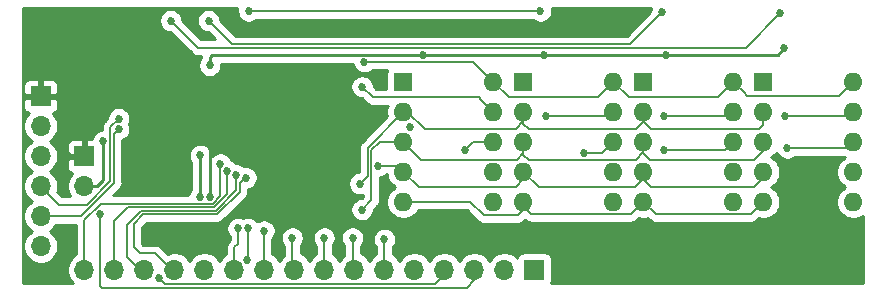
<source format=gbr>
%TF.GenerationSoftware,KiCad,Pcbnew,5.1.9-73d0e3b20d~88~ubuntu20.04.1*%
%TF.CreationDate,2021-03-07T16:47:50-05:00*%
%TF.ProjectId,hexdisplay16,68657864-6973-4706-9c61-7931362e6b69,rev?*%
%TF.SameCoordinates,Original*%
%TF.FileFunction,Copper,L2,Bot*%
%TF.FilePolarity,Positive*%
%FSLAX46Y46*%
G04 Gerber Fmt 4.6, Leading zero omitted, Abs format (unit mm)*
G04 Created by KiCad (PCBNEW 5.1.9-73d0e3b20d~88~ubuntu20.04.1) date 2021-03-07 16:47:50*
%MOMM*%
%LPD*%
G01*
G04 APERTURE LIST*
%TA.AperFunction,ComponentPad*%
%ADD10O,1.600000X1.600000*%
%TD*%
%TA.AperFunction,ComponentPad*%
%ADD11R,1.600000X1.600000*%
%TD*%
%TA.AperFunction,ComponentPad*%
%ADD12R,1.700000X1.700000*%
%TD*%
%TA.AperFunction,ComponentPad*%
%ADD13O,1.700000X1.700000*%
%TD*%
%TA.AperFunction,ViaPad*%
%ADD14C,0.685800*%
%TD*%
%TA.AperFunction,Conductor*%
%ADD15C,0.254000*%
%TD*%
%TA.AperFunction,Conductor*%
%ADD16C,0.152400*%
%TD*%
%TA.AperFunction,Conductor*%
%ADD17C,0.100000*%
%TD*%
G04 APERTURE END LIST*
D10*
%TO.P,J2,10*%
%TO.N,/A*%
X136840000Y-124100000D03*
%TO.P,J2,5*%
%TO.N,/D*%
X129220000Y-134260000D03*
%TO.P,J2,9*%
%TO.N,/B*%
X136840000Y-126640000D03*
%TO.P,J2,4*%
%TO.N,/E*%
X129220000Y-131720000D03*
%TO.P,J2,8*%
%TO.N,/C*%
X136840000Y-129180000D03*
%TO.P,J2,3*%
%TO.N,/G*%
X129220000Y-129180000D03*
%TO.P,J2,7*%
%TO.N,Net-(J2-Pad7)*%
X136840000Y-131720000D03*
%TO.P,J2,2*%
%TO.N,/F*%
X129220000Y-126640000D03*
%TO.P,J2,6*%
%TO.N,/CA3*%
X136840000Y-134260000D03*
D11*
%TO.P,J2,1*%
X129220000Y-124100000D03*
%TD*%
D12*
%TO.P,J6,1*%
%TO.N,/D0*%
X120000000Y-140000000D03*
D13*
%TO.P,J6,2*%
%TO.N,/D1*%
X117460000Y-140000000D03*
%TO.P,J6,3*%
%TO.N,/D2*%
X114920000Y-140000000D03*
%TO.P,J6,4*%
%TO.N,/D3*%
X112380000Y-140000000D03*
%TO.P,J6,5*%
%TO.N,/D4*%
X109840000Y-140000000D03*
%TO.P,J6,6*%
%TO.N,/D5*%
X107300000Y-140000000D03*
%TO.P,J6,7*%
%TO.N,/D6*%
X104760000Y-140000000D03*
%TO.P,J6,8*%
%TO.N,/D7*%
X102220000Y-140000000D03*
%TO.P,J6,9*%
%TO.N,/D8*%
X99680000Y-140000000D03*
%TO.P,J6,10*%
%TO.N,/D9*%
X97140000Y-140000000D03*
%TO.P,J6,11*%
%TO.N,/D10*%
X94600000Y-140000000D03*
%TO.P,J6,12*%
%TO.N,/D11*%
X92060000Y-140000000D03*
%TO.P,J6,13*%
%TO.N,/D12*%
X89520000Y-140000000D03*
%TO.P,J6,14*%
%TO.N,/D13*%
X86980000Y-140000000D03*
%TO.P,J6,15*%
%TO.N,/D14*%
X84440000Y-140000000D03*
%TO.P,J6,16*%
%TO.N,/D15*%
X81900000Y-140000000D03*
%TD*%
D11*
%TO.P,J1,1*%
%TO.N,/CA4*%
X139380000Y-124100000D03*
D10*
%TO.P,J1,6*%
X147000000Y-134260000D03*
%TO.P,J1,2*%
%TO.N,/F*%
X139380000Y-126640000D03*
%TO.P,J1,7*%
%TO.N,Net-(J1-Pad7)*%
X147000000Y-131720000D03*
%TO.P,J1,3*%
%TO.N,/G*%
X139380000Y-129180000D03*
%TO.P,J1,8*%
%TO.N,/C*%
X147000000Y-129180000D03*
%TO.P,J1,4*%
%TO.N,/E*%
X139380000Y-131720000D03*
%TO.P,J1,9*%
%TO.N,/B*%
X147000000Y-126640000D03*
%TO.P,J1,5*%
%TO.N,/D*%
X139380000Y-134260000D03*
%TO.P,J1,10*%
%TO.N,/A*%
X147000000Y-124100000D03*
%TD*%
D11*
%TO.P,J3,1*%
%TO.N,/CA2*%
X119060000Y-124100000D03*
D10*
%TO.P,J3,6*%
X126680000Y-134260000D03*
%TO.P,J3,2*%
%TO.N,/F*%
X119060000Y-126640000D03*
%TO.P,J3,7*%
%TO.N,Net-(J3-Pad7)*%
X126680000Y-131720000D03*
%TO.P,J3,3*%
%TO.N,/G*%
X119060000Y-129180000D03*
%TO.P,J3,8*%
%TO.N,/C*%
X126680000Y-129180000D03*
%TO.P,J3,4*%
%TO.N,/E*%
X119060000Y-131720000D03*
%TO.P,J3,9*%
%TO.N,/B*%
X126680000Y-126640000D03*
%TO.P,J3,5*%
%TO.N,/D*%
X119060000Y-134260000D03*
%TO.P,J3,10*%
%TO.N,/A*%
X126680000Y-124100000D03*
%TD*%
%TO.P,J4,10*%
%TO.N,/A*%
X116520000Y-124100000D03*
%TO.P,J4,5*%
%TO.N,/D*%
X108900000Y-134260000D03*
%TO.P,J4,9*%
%TO.N,/B*%
X116520000Y-126640000D03*
%TO.P,J4,4*%
%TO.N,/E*%
X108900000Y-131720000D03*
%TO.P,J4,8*%
%TO.N,/C*%
X116520000Y-129180000D03*
%TO.P,J4,3*%
%TO.N,/G*%
X108900000Y-129180000D03*
%TO.P,J4,7*%
%TO.N,Net-(J4-Pad7)*%
X116520000Y-131720000D03*
%TO.P,J4,2*%
%TO.N,/F*%
X108900000Y-126640000D03*
%TO.P,J4,6*%
%TO.N,/CA1*%
X116520000Y-134260000D03*
D11*
%TO.P,J4,1*%
X108900000Y-124100000D03*
%TD*%
D12*
%TO.P,J5,1*%
%TO.N,GND*%
X81900000Y-130380000D03*
D13*
%TO.P,J5,2*%
%TO.N,VCC*%
X81900000Y-132920000D03*
%TD*%
D12*
%TO.P,J7,1*%
%TO.N,GND*%
X78200000Y-125300000D03*
D13*
%TO.P,J7,2*%
%TO.N,VCC*%
X78200000Y-127840000D03*
%TO.P,J7,3*%
%TO.N,/MISO*%
X78200000Y-130380000D03*
%TO.P,J7,4*%
%TO.N,/SCK*%
X78200000Y-132920000D03*
%TO.P,J7,5*%
%TO.N,/~RESET*%
X78200000Y-135460000D03*
%TO.P,J7,6*%
%TO.N,/MOSI*%
X78200000Y-138000000D03*
%TD*%
D14*
%TO.N,VCC*%
X83500000Y-129100000D03*
X92500000Y-122700000D03*
X141100000Y-121200000D03*
X120823690Y-121776310D03*
X131123690Y-121776310D03*
X110576310Y-121776310D03*
X91661797Y-133800000D03*
X91700000Y-130300000D03*
%TO.N,GND*%
X92700000Y-129777700D03*
X90221117Y-128098817D03*
X80200000Y-125600000D03*
X92500000Y-133800000D03*
X86300000Y-124200000D03*
X88700000Y-129600000D03*
%TO.N,/F*%
X105200000Y-132700000D03*
%TO.N,/G*%
X105400000Y-134900000D03*
%TO.N,/C*%
X109500000Y-127900000D03*
X124200000Y-130128500D03*
X131000000Y-129900000D03*
X141400000Y-129700000D03*
X114100000Y-129900000D03*
%TO.N,/E*%
X106771500Y-131200000D03*
%TO.N,/B*%
X105400000Y-124500000D03*
X121000000Y-127000000D03*
X131000000Y-127000000D03*
X141200000Y-127000000D03*
%TO.N,/A*%
X105600000Y-122400000D03*
%TO.N,/D2*%
X83219645Y-135319645D03*
%TO.N,/D3*%
X88200000Y-140670080D03*
%TO.N,/D5*%
X107300000Y-137400000D03*
%TO.N,/D6*%
X104600000Y-137300000D03*
%TO.N,/D7*%
X102200000Y-137300000D03*
%TO.N,/D8*%
X99500000Y-137300000D03*
%TO.N,/D9*%
X97100000Y-136700000D03*
%TO.N,/D10*%
X94900000Y-136500000D03*
%TO.N,/D11*%
X95738203Y-136500000D03*
X95700000Y-139200000D03*
%TO.N,/D12*%
X95594523Y-132208814D03*
%TO.N,/D13*%
X94754910Y-131977898D03*
%TO.N,/D14*%
X94006059Y-131601329D03*
%TO.N,/D15*%
X93400000Y-131022300D03*
%TO.N,/SCK*%
X84800000Y-127200000D03*
%TO.N,/~RESET*%
X84800000Y-128100000D03*
%TO.N,Net-(Q2-Pad1)*%
X120500000Y-118100000D03*
X95800000Y-118100000D03*
%TO.N,Net-(Q3-Pad1)*%
X130800000Y-118200000D03*
X92400000Y-118900000D03*
%TO.N,Net-(Q4-Pad1)*%
X89200000Y-118900000D03*
X140800000Y-118300000D03*
%TD*%
D15*
%TO.N,VCC*%
X81900000Y-132920000D02*
X82980000Y-132920000D01*
X83500000Y-132400000D02*
X83500000Y-129100000D01*
X82980000Y-132920000D02*
X83500000Y-132400000D01*
X92500000Y-122700000D02*
X92500000Y-122000000D01*
X92723690Y-121776310D02*
X109700000Y-121776310D01*
X92500000Y-122000000D02*
X92723690Y-121776310D01*
X141100000Y-121252620D02*
X141100000Y-121200000D01*
X140576310Y-121776310D02*
X141100000Y-121252620D01*
X131123690Y-121776310D02*
X140576310Y-121776310D01*
X120823690Y-121776310D02*
X131123690Y-121776310D01*
X110576310Y-121776310D02*
X120823690Y-121776310D01*
X109700000Y-121776310D02*
X110576310Y-121776310D01*
X91661797Y-130338203D02*
X91700000Y-130300000D01*
X91661797Y-133800000D02*
X91661797Y-130338203D01*
%TO.N,GND*%
X80200000Y-129800000D02*
X80200000Y-125600000D01*
X81900000Y-130380000D02*
X80780000Y-130380000D01*
X80780000Y-130380000D02*
X80200000Y-129800000D01*
X92700000Y-129777700D02*
X92700000Y-129800000D01*
X92500000Y-130000000D02*
X92500000Y-133800000D01*
X92700000Y-129800000D02*
X92500000Y-130000000D01*
X90198817Y-128098817D02*
X90221117Y-128098817D01*
X86300000Y-124200000D02*
X90198817Y-128098817D01*
X90201183Y-128098817D02*
X88700000Y-129600000D01*
X90221117Y-128098817D02*
X90201183Y-128098817D01*
X90221117Y-128098817D02*
X90698817Y-128098817D01*
X90698817Y-128098817D02*
X90700000Y-128100000D01*
X91022300Y-128100000D02*
X92700000Y-129777700D01*
X90700000Y-128100000D02*
X91022300Y-128100000D01*
D16*
%TO.N,/F*%
X105871501Y-129668499D02*
X108900000Y-126640000D01*
X105871501Y-132028499D02*
X105871501Y-129668499D01*
X105200000Y-132700000D02*
X105871501Y-132028499D01*
X119060000Y-127440000D02*
X119060000Y-126640000D01*
X118400000Y-128100000D02*
X119060000Y-127440000D01*
X110700000Y-128100000D02*
X118400000Y-128100000D01*
X109240000Y-126640000D02*
X110700000Y-128100000D01*
X108900000Y-126640000D02*
X109240000Y-126640000D01*
X119060000Y-126640000D02*
X119060000Y-127660000D01*
X119060000Y-127660000D02*
X119500000Y-128100000D01*
X119500000Y-128100000D02*
X128600000Y-128100000D01*
X129220000Y-127480000D02*
X129220000Y-126640000D01*
X128600000Y-128100000D02*
X129220000Y-127480000D01*
X139380000Y-127720000D02*
X139380000Y-126640000D01*
X129900000Y-128100000D02*
X139000000Y-128100000D01*
X129220000Y-127420000D02*
X129900000Y-128100000D01*
X139000000Y-128100000D02*
X139380000Y-127720000D01*
X129220000Y-126640000D02*
X129220000Y-127420000D01*
%TO.N,/G*%
X106920000Y-129180000D02*
X108900000Y-129180000D01*
X106200000Y-129900000D02*
X106920000Y-129180000D01*
X106200000Y-134100000D02*
X106200000Y-129900000D01*
X105400000Y-134900000D02*
X106200000Y-134100000D01*
X108900000Y-129180000D02*
X110220000Y-130500000D01*
X110220000Y-130500000D02*
X110220000Y-130520000D01*
X110220000Y-130520000D02*
X110391399Y-130691399D01*
X110391399Y-130691399D02*
X118491399Y-130691399D01*
X119060000Y-130122798D02*
X119060000Y-129180000D01*
X118491399Y-130691399D02*
X119060000Y-130122798D01*
X119060000Y-129180000D02*
X119060000Y-130260000D01*
X119060000Y-130260000D02*
X119500000Y-130700000D01*
X126186271Y-130691399D02*
X128591399Y-130691399D01*
X126177670Y-130700000D02*
X126186271Y-130691399D01*
X119500000Y-130700000D02*
X126177670Y-130700000D01*
X129220000Y-130062798D02*
X129220000Y-129180000D01*
X128591399Y-130691399D02*
X129220000Y-130062798D01*
X129220000Y-129180000D02*
X129220000Y-130120000D01*
X129791399Y-130691399D02*
X138008601Y-130691399D01*
X129220000Y-130120000D02*
X129791399Y-130691399D01*
X138008601Y-130691399D02*
X138017202Y-130700000D01*
X138017202Y-130700000D02*
X138600000Y-130700000D01*
X139380000Y-129920000D02*
X139380000Y-129180000D01*
X138600000Y-130700000D02*
X139380000Y-129920000D01*
%TO.N,/C*%
X109600000Y-128000000D02*
X109500000Y-127900000D01*
X125731500Y-130128500D02*
X126680000Y-129180000D01*
X124200000Y-130128500D02*
X125731500Y-130128500D01*
X136120000Y-129900000D02*
X136840000Y-129180000D01*
X131000000Y-129900000D02*
X136120000Y-129900000D01*
X146480000Y-129700000D02*
X147000000Y-129180000D01*
X141400000Y-129700000D02*
X146480000Y-129700000D01*
X114820000Y-129180000D02*
X114100000Y-129900000D01*
X116520000Y-129180000D02*
X114820000Y-129180000D01*
%TO.N,/E*%
X108900000Y-131720000D02*
X108720000Y-131720000D01*
X108200000Y-131200000D02*
X106771500Y-131200000D01*
X108720000Y-131720000D02*
X108200000Y-131200000D01*
X119060000Y-131720000D02*
X119060000Y-132340000D01*
X119060000Y-132340000D02*
X118400000Y-133000000D01*
X110180000Y-133000000D02*
X108900000Y-131720000D01*
X118400000Y-133000000D02*
X110180000Y-133000000D01*
X129220000Y-132280000D02*
X129220000Y-131720000D01*
X128500000Y-133000000D02*
X129220000Y-132280000D01*
X120340000Y-133000000D02*
X128500000Y-133000000D01*
X119060000Y-131720000D02*
X120340000Y-133000000D01*
X129220000Y-131720000D02*
X129220000Y-132320000D01*
X129220000Y-132320000D02*
X129900000Y-133000000D01*
X129900000Y-133000000D02*
X138600000Y-133000000D01*
X139380000Y-132220000D02*
X139380000Y-131720000D01*
X138600000Y-133000000D02*
X139380000Y-132220000D01*
X139380000Y-131720000D02*
X139380000Y-132380000D01*
%TO.N,/B*%
X116520000Y-126640000D02*
X115380000Y-125500000D01*
X115380000Y-125500000D02*
X115380000Y-125480000D01*
X115380000Y-125480000D02*
X115300000Y-125400000D01*
X106300000Y-125400000D02*
X105400000Y-124500000D01*
X115300000Y-125400000D02*
X106300000Y-125400000D01*
X126320000Y-127000000D02*
X126680000Y-126640000D01*
X121000000Y-127000000D02*
X126320000Y-127000000D01*
X136480000Y-127000000D02*
X136840000Y-126640000D01*
X131000000Y-127000000D02*
X136480000Y-127000000D01*
X146640000Y-127000000D02*
X147000000Y-126640000D01*
X141200000Y-127000000D02*
X146640000Y-127000000D01*
%TO.N,/D*%
X118600000Y-135400000D02*
X119060000Y-134940000D01*
X119060000Y-134940000D02*
X119060000Y-134260000D01*
X115700000Y-135400000D02*
X118600000Y-135400000D01*
X114560000Y-134260000D02*
X115700000Y-135400000D01*
X108900000Y-134260000D02*
X114560000Y-134260000D01*
X119060000Y-134260000D02*
X119060000Y-134660000D01*
X128191399Y-135288601D02*
X129220000Y-134260000D01*
X119688601Y-135288601D02*
X128191399Y-135288601D01*
X119060000Y-134660000D02*
X119688601Y-135288601D01*
X130248601Y-135288601D02*
X129220000Y-134260000D01*
X130260000Y-135300000D02*
X130248601Y-135288601D01*
X138340000Y-135300000D02*
X130260000Y-135300000D01*
X139380000Y-134260000D02*
X138340000Y-135300000D01*
%TO.N,/A*%
X116520000Y-124100000D02*
X114820000Y-122400000D01*
X114820000Y-122400000D02*
X105600000Y-122400000D01*
X116520000Y-124100000D02*
X117820000Y-125400000D01*
X125380000Y-125400000D02*
X126680000Y-124100000D01*
X117820000Y-125400000D02*
X125380000Y-125400000D01*
X126680000Y-124100000D02*
X127980000Y-125400000D01*
X135540000Y-125400000D02*
X136840000Y-124100000D01*
X127980000Y-125400000D02*
X135540000Y-125400000D01*
X138000000Y-125300000D02*
X145800000Y-125300000D01*
X137868601Y-125168601D02*
X138000000Y-125300000D01*
X145800000Y-125300000D02*
X147000000Y-124100000D01*
X137868601Y-125128601D02*
X137868601Y-125168601D01*
X136840000Y-124100000D02*
X137868601Y-125128601D01*
%TO.N,/D2*%
X114920000Y-140880000D02*
X114920000Y-140000000D01*
X114253610Y-141546390D02*
X114920000Y-140880000D01*
X83400000Y-141546390D02*
X114253610Y-141546390D01*
X83219645Y-141366035D02*
X83400000Y-141546390D01*
X83219645Y-135319645D02*
X83219645Y-141366035D01*
%TO.N,/D3*%
X112380000Y-140420000D02*
X112380000Y-140000000D01*
X111600000Y-141200000D02*
X112380000Y-140420000D01*
X88729920Y-141200000D02*
X111600000Y-141200000D01*
X88200000Y-140670080D02*
X88729920Y-141200000D01*
%TO.N,/D5*%
X107300000Y-137400000D02*
X107300000Y-140000000D01*
%TO.N,/D6*%
X104600000Y-139840000D02*
X104760000Y-140000000D01*
X104600000Y-137300000D02*
X104600000Y-139840000D01*
%TO.N,/D7*%
X102200000Y-139980000D02*
X102220000Y-140000000D01*
X102200000Y-137300000D02*
X102200000Y-139980000D01*
%TO.N,/D8*%
X99500000Y-139820000D02*
X99680000Y-140000000D01*
X99500000Y-137300000D02*
X99500000Y-139820000D01*
%TO.N,/D9*%
X97100000Y-139960000D02*
X97140000Y-140000000D01*
X97100000Y-137000000D02*
X97100000Y-139960000D01*
%TO.N,/D10*%
X94900000Y-136500000D02*
X94900000Y-137800000D01*
X94600000Y-138100000D02*
X94600000Y-140000000D01*
X94900000Y-137800000D02*
X94600000Y-138100000D01*
%TO.N,/D11*%
X95738203Y-136500000D02*
X95738203Y-138461797D01*
X95738203Y-139161797D02*
X95700000Y-139200000D01*
X95738203Y-138461797D02*
X95738203Y-139161797D01*
%TO.N,/D12*%
X86100000Y-138100000D02*
X86600000Y-138600000D01*
X86100000Y-136100000D02*
X86100000Y-138100000D01*
X87900000Y-138600000D02*
X89300000Y-140000000D01*
X86885570Y-135314430D02*
X86100000Y-136100000D01*
X86600000Y-138600000D02*
X87900000Y-138600000D01*
X93124590Y-135314430D02*
X86885570Y-135314430D01*
X95059719Y-133379301D02*
X93124590Y-135314430D01*
X89300000Y-140000000D02*
X89520000Y-140000000D01*
X95059720Y-132640280D02*
X95059719Y-133379301D01*
X95491186Y-132208814D02*
X95059720Y-132640280D01*
X95594523Y-132208814D02*
X95491186Y-132208814D01*
%TO.N,/D13*%
X86600000Y-140000000D02*
X86980000Y-140000000D01*
X85500000Y-138900000D02*
X86600000Y-140000000D01*
X85500000Y-136200000D02*
X85500000Y-138900000D01*
X86690380Y-135009620D02*
X85500000Y-136200000D01*
X92998334Y-135009620D02*
X86690380Y-135009620D01*
X94754910Y-133253044D02*
X92998334Y-135009620D01*
X94754910Y-131977898D02*
X94754910Y-133253044D01*
%TO.N,/D14*%
X94006059Y-133570829D02*
X92872078Y-134704810D01*
X94006059Y-131601329D02*
X94006059Y-133570829D01*
X92872078Y-134704810D02*
X85595190Y-134704810D01*
X84440000Y-135860000D02*
X84440000Y-140000000D01*
X85595190Y-134704810D02*
X84440000Y-135860000D01*
%TO.N,/D15*%
X93400000Y-133745822D02*
X92745822Y-134400000D01*
X93400000Y-131022300D02*
X93400000Y-133745822D01*
X92745822Y-134400000D02*
X83300000Y-134400000D01*
X81900000Y-135800000D02*
X81900000Y-140000000D01*
X83300000Y-134400000D02*
X81900000Y-135800000D01*
%TO.N,/SCK*%
X84100000Y-127900000D02*
X84800000Y-127200000D01*
X82100000Y-134500000D02*
X84100000Y-132500000D01*
X79700000Y-134500000D02*
X82100000Y-134500000D01*
X78200000Y-133000000D02*
X79700000Y-134500000D01*
X78200000Y-132920000D02*
X78200000Y-133000000D01*
X84100000Y-132500000D02*
X84100000Y-127900000D01*
%TO.N,/~RESET*%
X84800000Y-128100000D02*
X84404810Y-128495190D01*
X84404810Y-128495190D02*
X84404809Y-132626257D01*
X81571066Y-135460000D02*
X78200000Y-135460000D01*
X84404809Y-132626257D02*
X81571066Y-135460000D01*
%TO.N,Net-(Q2-Pad1)*%
X120500000Y-118100000D02*
X95800000Y-118100000D01*
%TO.N,Net-(Q3-Pad1)*%
X130800000Y-118200000D02*
X128100000Y-120900000D01*
X94400000Y-120900000D02*
X92400000Y-118900000D01*
X128100000Y-120900000D02*
X94400000Y-120900000D01*
%TO.N,Net-(Q4-Pad1)*%
X137895190Y-121204810D02*
X140800000Y-118300000D01*
X94004810Y-121204810D02*
X137895190Y-121204810D01*
X91500000Y-121200000D02*
X94000000Y-121200000D01*
X94000000Y-121200000D02*
X94004810Y-121204810D01*
X89200000Y-118900000D02*
X91500000Y-121200000D01*
%TD*%
D15*
%TO.N,GND*%
X94822100Y-118003685D02*
X94822100Y-118196315D01*
X94859680Y-118385243D01*
X94933396Y-118563210D01*
X95040415Y-118723375D01*
X95176625Y-118859585D01*
X95336790Y-118966604D01*
X95514757Y-119040320D01*
X95703685Y-119077900D01*
X95896315Y-119077900D01*
X96085243Y-119040320D01*
X96263210Y-118966604D01*
X96423375Y-118859585D01*
X96471760Y-118811200D01*
X119828240Y-118811200D01*
X119876625Y-118859585D01*
X120036790Y-118966604D01*
X120214757Y-119040320D01*
X120403685Y-119077900D01*
X120596315Y-119077900D01*
X120785243Y-119040320D01*
X120963210Y-118966604D01*
X121123375Y-118859585D01*
X121259585Y-118723375D01*
X121366604Y-118563210D01*
X121440320Y-118385243D01*
X121477900Y-118196315D01*
X121477900Y-118003685D01*
X121449319Y-117860000D01*
X129882361Y-117860000D01*
X129859680Y-117914757D01*
X129822100Y-118103685D01*
X129822100Y-118172111D01*
X127805413Y-120188800D01*
X94694588Y-120188800D01*
X93377900Y-118872113D01*
X93377900Y-118803685D01*
X93340320Y-118614757D01*
X93266604Y-118436790D01*
X93159585Y-118276625D01*
X93023375Y-118140415D01*
X92863210Y-118033396D01*
X92685243Y-117959680D01*
X92496315Y-117922100D01*
X92303685Y-117922100D01*
X92114757Y-117959680D01*
X91936790Y-118033396D01*
X91776625Y-118140415D01*
X91640415Y-118276625D01*
X91533396Y-118436790D01*
X91459680Y-118614757D01*
X91422100Y-118803685D01*
X91422100Y-118996315D01*
X91459680Y-119185243D01*
X91533396Y-119363210D01*
X91640415Y-119523375D01*
X91776625Y-119659585D01*
X91936790Y-119766604D01*
X92114757Y-119840320D01*
X92303685Y-119877900D01*
X92372113Y-119877900D01*
X92983012Y-120488800D01*
X91794588Y-120488800D01*
X90177900Y-118872113D01*
X90177900Y-118803685D01*
X90140320Y-118614757D01*
X90066604Y-118436790D01*
X89959585Y-118276625D01*
X89823375Y-118140415D01*
X89663210Y-118033396D01*
X89485243Y-117959680D01*
X89296315Y-117922100D01*
X89103685Y-117922100D01*
X88914757Y-117959680D01*
X88736790Y-118033396D01*
X88576625Y-118140415D01*
X88440415Y-118276625D01*
X88333396Y-118436790D01*
X88259680Y-118614757D01*
X88222100Y-118803685D01*
X88222100Y-118996315D01*
X88259680Y-119185243D01*
X88333396Y-119363210D01*
X88440415Y-119523375D01*
X88576625Y-119659585D01*
X88736790Y-119766604D01*
X88914757Y-119840320D01*
X89103685Y-119877900D01*
X89172113Y-119877900D01*
X90972402Y-121678190D01*
X90994673Y-121705327D01*
X91102967Y-121794202D01*
X91226519Y-121860242D01*
X91360580Y-121900909D01*
X91465064Y-121911200D01*
X91465073Y-121911200D01*
X91499999Y-121914640D01*
X91534925Y-121911200D01*
X91743060Y-121911200D01*
X91738000Y-121962574D01*
X91734314Y-122000000D01*
X91738000Y-122037423D01*
X91738000Y-122080239D01*
X91633396Y-122236790D01*
X91559680Y-122414757D01*
X91522100Y-122603685D01*
X91522100Y-122796315D01*
X91559680Y-122985243D01*
X91633396Y-123163210D01*
X91740415Y-123323375D01*
X91876625Y-123459585D01*
X92036790Y-123566604D01*
X92214757Y-123640320D01*
X92403685Y-123677900D01*
X92596315Y-123677900D01*
X92785243Y-123640320D01*
X92963210Y-123566604D01*
X93123375Y-123459585D01*
X93259585Y-123323375D01*
X93366604Y-123163210D01*
X93440320Y-122985243D01*
X93477900Y-122796315D01*
X93477900Y-122603685D01*
X93464896Y-122538310D01*
X104630453Y-122538310D01*
X104659680Y-122685243D01*
X104733396Y-122863210D01*
X104840415Y-123023375D01*
X104976625Y-123159585D01*
X105136790Y-123266604D01*
X105314757Y-123340320D01*
X105503685Y-123377900D01*
X105696315Y-123377900D01*
X105885243Y-123340320D01*
X106063210Y-123266604D01*
X106223375Y-123159585D01*
X106271760Y-123111200D01*
X107493699Y-123111200D01*
X107474188Y-123175518D01*
X107461928Y-123300000D01*
X107461928Y-124688800D01*
X106594589Y-124688800D01*
X106377900Y-124472112D01*
X106377900Y-124403685D01*
X106340320Y-124214757D01*
X106266604Y-124036790D01*
X106159585Y-123876625D01*
X106023375Y-123740415D01*
X105863210Y-123633396D01*
X105685243Y-123559680D01*
X105496315Y-123522100D01*
X105303685Y-123522100D01*
X105114757Y-123559680D01*
X104936790Y-123633396D01*
X104776625Y-123740415D01*
X104640415Y-123876625D01*
X104533396Y-124036790D01*
X104459680Y-124214757D01*
X104422100Y-124403685D01*
X104422100Y-124596315D01*
X104459680Y-124785243D01*
X104533396Y-124963210D01*
X104640415Y-125123375D01*
X104776625Y-125259585D01*
X104936790Y-125366604D01*
X105114757Y-125440320D01*
X105303685Y-125477900D01*
X105372112Y-125477900D01*
X105772407Y-125878196D01*
X105794673Y-125905327D01*
X105821804Y-125927593D01*
X105821808Y-125927597D01*
X105883456Y-125978190D01*
X105902967Y-125994202D01*
X106026519Y-126060242D01*
X106160580Y-126100909D01*
X106265064Y-126111200D01*
X106265073Y-126111200D01*
X106299999Y-126114640D01*
X106334925Y-126111200D01*
X107565804Y-126111200D01*
X107520147Y-126221426D01*
X107465000Y-126498665D01*
X107465000Y-126781335D01*
X107512762Y-127021449D01*
X105393311Y-129140902D01*
X105366175Y-129163172D01*
X105343905Y-129190308D01*
X105343904Y-129190309D01*
X105277299Y-129271467D01*
X105228967Y-129361890D01*
X105211260Y-129395018D01*
X105170593Y-129529079D01*
X105163245Y-129603685D01*
X105156861Y-129668499D01*
X105160302Y-129703435D01*
X105160301Y-131722100D01*
X105103685Y-131722100D01*
X104914757Y-131759680D01*
X104736790Y-131833396D01*
X104576625Y-131940415D01*
X104440415Y-132076625D01*
X104333396Y-132236790D01*
X104259680Y-132414757D01*
X104222100Y-132603685D01*
X104222100Y-132796315D01*
X104259680Y-132985243D01*
X104333396Y-133163210D01*
X104440415Y-133323375D01*
X104576625Y-133459585D01*
X104736790Y-133566604D01*
X104914757Y-133640320D01*
X105103685Y-133677900D01*
X105296315Y-133677900D01*
X105485243Y-133640320D01*
X105488800Y-133638847D01*
X105488800Y-133805412D01*
X105372112Y-133922100D01*
X105303685Y-133922100D01*
X105114757Y-133959680D01*
X104936790Y-134033396D01*
X104776625Y-134140415D01*
X104640415Y-134276625D01*
X104533396Y-134436790D01*
X104459680Y-134614757D01*
X104422100Y-134803685D01*
X104422100Y-134996315D01*
X104459680Y-135185243D01*
X104533396Y-135363210D01*
X104640415Y-135523375D01*
X104776625Y-135659585D01*
X104936790Y-135766604D01*
X105114757Y-135840320D01*
X105303685Y-135877900D01*
X105496315Y-135877900D01*
X105685243Y-135840320D01*
X105863210Y-135766604D01*
X106023375Y-135659585D01*
X106159585Y-135523375D01*
X106266604Y-135363210D01*
X106340320Y-135185243D01*
X106377900Y-134996315D01*
X106377900Y-134927888D01*
X106678195Y-134627593D01*
X106705326Y-134605327D01*
X106727593Y-134578195D01*
X106727597Y-134578191D01*
X106794202Y-134497033D01*
X106794203Y-134497032D01*
X106860242Y-134373481D01*
X106900909Y-134239420D01*
X106911200Y-134134936D01*
X106911200Y-134134929D01*
X106914640Y-134100000D01*
X106911200Y-134065072D01*
X106911200Y-132169270D01*
X107056743Y-132140320D01*
X107234710Y-132066604D01*
X107394875Y-131959585D01*
X107443260Y-131911200D01*
X107474919Y-131911200D01*
X107520147Y-132138574D01*
X107628320Y-132399727D01*
X107785363Y-132634759D01*
X107985241Y-132834637D01*
X108217759Y-132990000D01*
X107985241Y-133145363D01*
X107785363Y-133345241D01*
X107628320Y-133580273D01*
X107520147Y-133841426D01*
X107465000Y-134118665D01*
X107465000Y-134401335D01*
X107520147Y-134678574D01*
X107628320Y-134939727D01*
X107785363Y-135174759D01*
X107985241Y-135374637D01*
X108220273Y-135531680D01*
X108481426Y-135639853D01*
X108758665Y-135695000D01*
X109041335Y-135695000D01*
X109318574Y-135639853D01*
X109579727Y-135531680D01*
X109814759Y-135374637D01*
X110014637Y-135174759D01*
X110150650Y-134971200D01*
X114265413Y-134971200D01*
X115172407Y-135878196D01*
X115194673Y-135905327D01*
X115221804Y-135927593D01*
X115221808Y-135927597D01*
X115302966Y-135994202D01*
X115368200Y-136029070D01*
X115426519Y-136060242D01*
X115560580Y-136100909D01*
X115665064Y-136111200D01*
X115665081Y-136111200D01*
X115699999Y-136114639D01*
X115734917Y-136111200D01*
X118565074Y-136111200D01*
X118600000Y-136114640D01*
X118634926Y-136111200D01*
X118634936Y-136111200D01*
X118739420Y-136100909D01*
X118873481Y-136060242D01*
X118997033Y-135994202D01*
X119105327Y-135905327D01*
X119127601Y-135878186D01*
X119198974Y-135806813D01*
X119291568Y-135882803D01*
X119415120Y-135948843D01*
X119549181Y-135989510D01*
X119653665Y-135999801D01*
X119653674Y-135999801D01*
X119688600Y-136003241D01*
X119723526Y-135999801D01*
X128156473Y-135999801D01*
X128191399Y-136003241D01*
X128226325Y-135999801D01*
X128226335Y-135999801D01*
X128330819Y-135989510D01*
X128464880Y-135948843D01*
X128588432Y-135882803D01*
X128696726Y-135793928D01*
X128719000Y-135766787D01*
X128838550Y-135647237D01*
X129078665Y-135695000D01*
X129361335Y-135695000D01*
X129601449Y-135647238D01*
X129732407Y-135778196D01*
X129754673Y-135805327D01*
X129862967Y-135894202D01*
X129986519Y-135960242D01*
X130120580Y-136000909D01*
X130225064Y-136011200D01*
X130225072Y-136011200D01*
X130260000Y-136014640D01*
X130294928Y-136011200D01*
X138305074Y-136011200D01*
X138340000Y-136014640D01*
X138374926Y-136011200D01*
X138374936Y-136011200D01*
X138479420Y-136000909D01*
X138613481Y-135960242D01*
X138737033Y-135894202D01*
X138845327Y-135805327D01*
X138867602Y-135778185D01*
X138998550Y-135647237D01*
X139238665Y-135695000D01*
X139521335Y-135695000D01*
X139798574Y-135639853D01*
X140059727Y-135531680D01*
X140294759Y-135374637D01*
X140494637Y-135174759D01*
X140651680Y-134939727D01*
X140759853Y-134678574D01*
X140815000Y-134401335D01*
X140815000Y-134118665D01*
X140759853Y-133841426D01*
X140651680Y-133580273D01*
X140494637Y-133345241D01*
X140294759Y-133145363D01*
X140062241Y-132990000D01*
X140294759Y-132834637D01*
X140494637Y-132634759D01*
X140651680Y-132399727D01*
X140759853Y-132138574D01*
X140815000Y-131861335D01*
X140815000Y-131578665D01*
X140759853Y-131301426D01*
X140651680Y-131040273D01*
X140494637Y-130805241D01*
X140294759Y-130605363D01*
X140062241Y-130450000D01*
X140294759Y-130294637D01*
X140494637Y-130094759D01*
X140501061Y-130085145D01*
X140533396Y-130163210D01*
X140640415Y-130323375D01*
X140776625Y-130459585D01*
X140936790Y-130566604D01*
X141114757Y-130640320D01*
X141303685Y-130677900D01*
X141496315Y-130677900D01*
X141685243Y-130640320D01*
X141863210Y-130566604D01*
X142023375Y-130459585D01*
X142071760Y-130411200D01*
X146259690Y-130411200D01*
X146317759Y-130450000D01*
X146085241Y-130605363D01*
X145885363Y-130805241D01*
X145728320Y-131040273D01*
X145620147Y-131301426D01*
X145565000Y-131578665D01*
X145565000Y-131861335D01*
X145620147Y-132138574D01*
X145728320Y-132399727D01*
X145885363Y-132634759D01*
X146085241Y-132834637D01*
X146317759Y-132990000D01*
X146085241Y-133145363D01*
X145885363Y-133345241D01*
X145728320Y-133580273D01*
X145620147Y-133841426D01*
X145565000Y-134118665D01*
X145565000Y-134401335D01*
X145620147Y-134678574D01*
X145728320Y-134939727D01*
X145885363Y-135174759D01*
X146085241Y-135374637D01*
X146320273Y-135531680D01*
X146581426Y-135639853D01*
X146858665Y-135695000D01*
X147141335Y-135695000D01*
X147418574Y-135639853D01*
X147679727Y-135531680D01*
X147840000Y-135424589D01*
X147840000Y-141140000D01*
X121415010Y-141140000D01*
X121439502Y-141094180D01*
X121475812Y-140974482D01*
X121488072Y-140850000D01*
X121488072Y-139150000D01*
X121475812Y-139025518D01*
X121439502Y-138905820D01*
X121380537Y-138795506D01*
X121301185Y-138698815D01*
X121204494Y-138619463D01*
X121094180Y-138560498D01*
X120974482Y-138524188D01*
X120850000Y-138511928D01*
X119150000Y-138511928D01*
X119025518Y-138524188D01*
X118905820Y-138560498D01*
X118795506Y-138619463D01*
X118698815Y-138698815D01*
X118619463Y-138795506D01*
X118560498Y-138905820D01*
X118538487Y-138978380D01*
X118406632Y-138846525D01*
X118163411Y-138684010D01*
X117893158Y-138572068D01*
X117606260Y-138515000D01*
X117313740Y-138515000D01*
X117026842Y-138572068D01*
X116756589Y-138684010D01*
X116513368Y-138846525D01*
X116306525Y-139053368D01*
X116190000Y-139227760D01*
X116073475Y-139053368D01*
X115866632Y-138846525D01*
X115623411Y-138684010D01*
X115353158Y-138572068D01*
X115066260Y-138515000D01*
X114773740Y-138515000D01*
X114486842Y-138572068D01*
X114216589Y-138684010D01*
X113973368Y-138846525D01*
X113766525Y-139053368D01*
X113650000Y-139227760D01*
X113533475Y-139053368D01*
X113326632Y-138846525D01*
X113083411Y-138684010D01*
X112813158Y-138572068D01*
X112526260Y-138515000D01*
X112233740Y-138515000D01*
X111946842Y-138572068D01*
X111676589Y-138684010D01*
X111433368Y-138846525D01*
X111226525Y-139053368D01*
X111110000Y-139227760D01*
X110993475Y-139053368D01*
X110786632Y-138846525D01*
X110543411Y-138684010D01*
X110273158Y-138572068D01*
X109986260Y-138515000D01*
X109693740Y-138515000D01*
X109406842Y-138572068D01*
X109136589Y-138684010D01*
X108893368Y-138846525D01*
X108686525Y-139053368D01*
X108570000Y-139227760D01*
X108453475Y-139053368D01*
X108246632Y-138846525D01*
X108011200Y-138689214D01*
X108011200Y-138071760D01*
X108059585Y-138023375D01*
X108166604Y-137863210D01*
X108240320Y-137685243D01*
X108277900Y-137496315D01*
X108277900Y-137303685D01*
X108240320Y-137114757D01*
X108166604Y-136936790D01*
X108059585Y-136776625D01*
X107923375Y-136640415D01*
X107763210Y-136533396D01*
X107585243Y-136459680D01*
X107396315Y-136422100D01*
X107203685Y-136422100D01*
X107014757Y-136459680D01*
X106836790Y-136533396D01*
X106676625Y-136640415D01*
X106540415Y-136776625D01*
X106433396Y-136936790D01*
X106359680Y-137114757D01*
X106322100Y-137303685D01*
X106322100Y-137496315D01*
X106359680Y-137685243D01*
X106433396Y-137863210D01*
X106540415Y-138023375D01*
X106588800Y-138071760D01*
X106588800Y-138689214D01*
X106353368Y-138846525D01*
X106146525Y-139053368D01*
X106030000Y-139227760D01*
X105913475Y-139053368D01*
X105706632Y-138846525D01*
X105463411Y-138684010D01*
X105311200Y-138620962D01*
X105311200Y-137971760D01*
X105359585Y-137923375D01*
X105466604Y-137763210D01*
X105540320Y-137585243D01*
X105577900Y-137396315D01*
X105577900Y-137203685D01*
X105540320Y-137014757D01*
X105466604Y-136836790D01*
X105359585Y-136676625D01*
X105223375Y-136540415D01*
X105063210Y-136433396D01*
X104885243Y-136359680D01*
X104696315Y-136322100D01*
X104503685Y-136322100D01*
X104314757Y-136359680D01*
X104136790Y-136433396D01*
X103976625Y-136540415D01*
X103840415Y-136676625D01*
X103733396Y-136836790D01*
X103659680Y-137014757D01*
X103622100Y-137203685D01*
X103622100Y-137396315D01*
X103659680Y-137585243D01*
X103733396Y-137763210D01*
X103840415Y-137923375D01*
X103888800Y-137971760D01*
X103888801Y-138796123D01*
X103813368Y-138846525D01*
X103606525Y-139053368D01*
X103490000Y-139227760D01*
X103373475Y-139053368D01*
X103166632Y-138846525D01*
X102923411Y-138684010D01*
X102911200Y-138678952D01*
X102911200Y-137971760D01*
X102959585Y-137923375D01*
X103066604Y-137763210D01*
X103140320Y-137585243D01*
X103177900Y-137396315D01*
X103177900Y-137203685D01*
X103140320Y-137014757D01*
X103066604Y-136836790D01*
X102959585Y-136676625D01*
X102823375Y-136540415D01*
X102663210Y-136433396D01*
X102485243Y-136359680D01*
X102296315Y-136322100D01*
X102103685Y-136322100D01*
X101914757Y-136359680D01*
X101736790Y-136433396D01*
X101576625Y-136540415D01*
X101440415Y-136676625D01*
X101333396Y-136836790D01*
X101259680Y-137014757D01*
X101222100Y-137203685D01*
X101222100Y-137396315D01*
X101259680Y-137585243D01*
X101333396Y-137763210D01*
X101440415Y-137923375D01*
X101488800Y-137971760D01*
X101488801Y-138702578D01*
X101273368Y-138846525D01*
X101066525Y-139053368D01*
X100950000Y-139227760D01*
X100833475Y-139053368D01*
X100626632Y-138846525D01*
X100383411Y-138684010D01*
X100211200Y-138612678D01*
X100211200Y-137971760D01*
X100259585Y-137923375D01*
X100366604Y-137763210D01*
X100440320Y-137585243D01*
X100477900Y-137396315D01*
X100477900Y-137203685D01*
X100440320Y-137014757D01*
X100366604Y-136836790D01*
X100259585Y-136676625D01*
X100123375Y-136540415D01*
X99963210Y-136433396D01*
X99785243Y-136359680D01*
X99596315Y-136322100D01*
X99403685Y-136322100D01*
X99214757Y-136359680D01*
X99036790Y-136433396D01*
X98876625Y-136540415D01*
X98740415Y-136676625D01*
X98633396Y-136836790D01*
X98559680Y-137014757D01*
X98522100Y-137203685D01*
X98522100Y-137396315D01*
X98559680Y-137585243D01*
X98633396Y-137763210D01*
X98740415Y-137923375D01*
X98788800Y-137971760D01*
X98788801Y-138809486D01*
X98733368Y-138846525D01*
X98526525Y-139053368D01*
X98410000Y-139227760D01*
X98293475Y-139053368D01*
X98086632Y-138846525D01*
X97843411Y-138684010D01*
X97811200Y-138670668D01*
X97811200Y-137371760D01*
X97859585Y-137323375D01*
X97966604Y-137163210D01*
X98040320Y-136985243D01*
X98077900Y-136796315D01*
X98077900Y-136603685D01*
X98040320Y-136414757D01*
X97966604Y-136236790D01*
X97859585Y-136076625D01*
X97723375Y-135940415D01*
X97563210Y-135833396D01*
X97385243Y-135759680D01*
X97196315Y-135722100D01*
X97003685Y-135722100D01*
X96814757Y-135759680D01*
X96636790Y-135833396D01*
X96520723Y-135910950D01*
X96497788Y-135876625D01*
X96361578Y-135740415D01*
X96201413Y-135633396D01*
X96023446Y-135559680D01*
X95834518Y-135522100D01*
X95641888Y-135522100D01*
X95452960Y-135559680D01*
X95319102Y-135615126D01*
X95185243Y-135559680D01*
X94996315Y-135522100D01*
X94803685Y-135522100D01*
X94614757Y-135559680D01*
X94436790Y-135633396D01*
X94276625Y-135740415D01*
X94140415Y-135876625D01*
X94033396Y-136036790D01*
X93959680Y-136214757D01*
X93922100Y-136403685D01*
X93922100Y-136596315D01*
X93959680Y-136785243D01*
X94033396Y-136963210D01*
X94140415Y-137123375D01*
X94188801Y-137171761D01*
X94188801Y-137505412D01*
X94121811Y-137572402D01*
X94094673Y-137594674D01*
X94005798Y-137702968D01*
X93939758Y-137826520D01*
X93899091Y-137960581D01*
X93888800Y-138065065D01*
X93888800Y-138065074D01*
X93885360Y-138100000D01*
X93888800Y-138134926D01*
X93888800Y-138689214D01*
X93653368Y-138846525D01*
X93446525Y-139053368D01*
X93330000Y-139227760D01*
X93213475Y-139053368D01*
X93006632Y-138846525D01*
X92763411Y-138684010D01*
X92493158Y-138572068D01*
X92206260Y-138515000D01*
X91913740Y-138515000D01*
X91626842Y-138572068D01*
X91356589Y-138684010D01*
X91113368Y-138846525D01*
X90906525Y-139053368D01*
X90790000Y-139227760D01*
X90673475Y-139053368D01*
X90466632Y-138846525D01*
X90223411Y-138684010D01*
X89953158Y-138572068D01*
X89666260Y-138515000D01*
X89373740Y-138515000D01*
X89086842Y-138572068D01*
X88939066Y-138633279D01*
X88427602Y-138121815D01*
X88405327Y-138094673D01*
X88297033Y-138005798D01*
X88173481Y-137939758D01*
X88039420Y-137899091D01*
X87934936Y-137888800D01*
X87934926Y-137888800D01*
X87900000Y-137885360D01*
X87865074Y-137888800D01*
X86894588Y-137888800D01*
X86811200Y-137805413D01*
X86811200Y-136394588D01*
X87180158Y-136025630D01*
X93089664Y-136025630D01*
X93124590Y-136029070D01*
X93159516Y-136025630D01*
X93159526Y-136025630D01*
X93264010Y-136015339D01*
X93398071Y-135974672D01*
X93521623Y-135908632D01*
X93629917Y-135819757D01*
X93652192Y-135792615D01*
X95537920Y-133906889D01*
X95565045Y-133884628D01*
X95587306Y-133857503D01*
X95587317Y-133857492D01*
X95653921Y-133776334D01*
X95719961Y-133652783D01*
X95760628Y-133518721D01*
X95774359Y-133379301D01*
X95770918Y-133344364D01*
X95770919Y-133170785D01*
X95879766Y-133149134D01*
X96057733Y-133075418D01*
X96217898Y-132968399D01*
X96354108Y-132832189D01*
X96461127Y-132672024D01*
X96534843Y-132494057D01*
X96572423Y-132305129D01*
X96572423Y-132112499D01*
X96534843Y-131923571D01*
X96461127Y-131745604D01*
X96354108Y-131585439D01*
X96217898Y-131449229D01*
X96057733Y-131342210D01*
X95879766Y-131268494D01*
X95690838Y-131230914D01*
X95498208Y-131230914D01*
X95408692Y-131248720D01*
X95378285Y-131218313D01*
X95218120Y-131111294D01*
X95040153Y-131037578D01*
X94851225Y-130999998D01*
X94780373Y-130999998D01*
X94765644Y-130977954D01*
X94629434Y-130841744D01*
X94469269Y-130734725D01*
X94312448Y-130669768D01*
X94266604Y-130559090D01*
X94159585Y-130398925D01*
X94023375Y-130262715D01*
X93863210Y-130155696D01*
X93685243Y-130081980D01*
X93496315Y-130044400D01*
X93303685Y-130044400D01*
X93114757Y-130081980D01*
X92936790Y-130155696D01*
X92776625Y-130262715D01*
X92677900Y-130361440D01*
X92677900Y-130203685D01*
X92640320Y-130014757D01*
X92566604Y-129836790D01*
X92459585Y-129676625D01*
X92323375Y-129540415D01*
X92163210Y-129433396D01*
X91985243Y-129359680D01*
X91796315Y-129322100D01*
X91603685Y-129322100D01*
X91414757Y-129359680D01*
X91236790Y-129433396D01*
X91076625Y-129540415D01*
X90940415Y-129676625D01*
X90833396Y-129836790D01*
X90759680Y-130014757D01*
X90722100Y-130203685D01*
X90722100Y-130396315D01*
X90759680Y-130585243D01*
X90833396Y-130763210D01*
X90899798Y-130862587D01*
X90899797Y-133180239D01*
X90795193Y-133336790D01*
X90721477Y-133514757D01*
X90686858Y-133688800D01*
X84348054Y-133688800D01*
X84883004Y-133153850D01*
X84910135Y-133131584D01*
X84932401Y-133104453D01*
X84932406Y-133104448D01*
X84999011Y-133023290D01*
X85065051Y-132899739D01*
X85105718Y-132765677D01*
X85119449Y-132626257D01*
X85116008Y-132591319D01*
X85116010Y-129027576D01*
X85263210Y-128966604D01*
X85423375Y-128859585D01*
X85559585Y-128723375D01*
X85666604Y-128563210D01*
X85740320Y-128385243D01*
X85777900Y-128196315D01*
X85777900Y-128003685D01*
X85740320Y-127814757D01*
X85672076Y-127650000D01*
X85740320Y-127485243D01*
X85777900Y-127296315D01*
X85777900Y-127103685D01*
X85740320Y-126914757D01*
X85666604Y-126736790D01*
X85559585Y-126576625D01*
X85423375Y-126440415D01*
X85263210Y-126333396D01*
X85085243Y-126259680D01*
X84896315Y-126222100D01*
X84703685Y-126222100D01*
X84514757Y-126259680D01*
X84336790Y-126333396D01*
X84176625Y-126440415D01*
X84040415Y-126576625D01*
X83933396Y-126736790D01*
X83859680Y-126914757D01*
X83822100Y-127103685D01*
X83822100Y-127172112D01*
X83621810Y-127372403D01*
X83594674Y-127394673D01*
X83572404Y-127421809D01*
X83572403Y-127421810D01*
X83505798Y-127502968D01*
X83439759Y-127626519D01*
X83400805Y-127754935D01*
X83399092Y-127760581D01*
X83385360Y-127900000D01*
X83388801Y-127934936D01*
X83388801Y-128125061D01*
X83214757Y-128159680D01*
X83036790Y-128233396D01*
X82876625Y-128340415D01*
X82740415Y-128476625D01*
X82633396Y-128636790D01*
X82559680Y-128814757D01*
X82544107Y-128893049D01*
X82185750Y-128895000D01*
X82027000Y-129053750D01*
X82027000Y-130253000D01*
X82047000Y-130253000D01*
X82047000Y-130507000D01*
X82027000Y-130507000D01*
X82027000Y-130527000D01*
X81773000Y-130527000D01*
X81773000Y-130507000D01*
X80573750Y-130507000D01*
X80415000Y-130665750D01*
X80411928Y-131230000D01*
X80424188Y-131354482D01*
X80460498Y-131474180D01*
X80519463Y-131584494D01*
X80598815Y-131681185D01*
X80695506Y-131760537D01*
X80805820Y-131819502D01*
X80878380Y-131841513D01*
X80746525Y-131973368D01*
X80584010Y-132216589D01*
X80472068Y-132486842D01*
X80415000Y-132773740D01*
X80415000Y-133066260D01*
X80472068Y-133353158D01*
X80584010Y-133623411D01*
X80694519Y-133788800D01*
X79994589Y-133788800D01*
X79607727Y-133401938D01*
X79627932Y-133353158D01*
X79685000Y-133066260D01*
X79685000Y-132773740D01*
X79627932Y-132486842D01*
X79515990Y-132216589D01*
X79353475Y-131973368D01*
X79146632Y-131766525D01*
X78972240Y-131650000D01*
X79146632Y-131533475D01*
X79353475Y-131326632D01*
X79515990Y-131083411D01*
X79627932Y-130813158D01*
X79685000Y-130526260D01*
X79685000Y-130233740D01*
X79627932Y-129946842D01*
X79515990Y-129676589D01*
X79418043Y-129530000D01*
X80411928Y-129530000D01*
X80415000Y-130094250D01*
X80573750Y-130253000D01*
X81773000Y-130253000D01*
X81773000Y-129053750D01*
X81614250Y-128895000D01*
X81050000Y-128891928D01*
X80925518Y-128904188D01*
X80805820Y-128940498D01*
X80695506Y-128999463D01*
X80598815Y-129078815D01*
X80519463Y-129175506D01*
X80460498Y-129285820D01*
X80424188Y-129405518D01*
X80411928Y-129530000D01*
X79418043Y-129530000D01*
X79353475Y-129433368D01*
X79146632Y-129226525D01*
X78972240Y-129110000D01*
X79146632Y-128993475D01*
X79353475Y-128786632D01*
X79515990Y-128543411D01*
X79627932Y-128273158D01*
X79685000Y-127986260D01*
X79685000Y-127693740D01*
X79627932Y-127406842D01*
X79515990Y-127136589D01*
X79353475Y-126893368D01*
X79221620Y-126761513D01*
X79294180Y-126739502D01*
X79404494Y-126680537D01*
X79501185Y-126601185D01*
X79580537Y-126504494D01*
X79639502Y-126394180D01*
X79675812Y-126274482D01*
X79688072Y-126150000D01*
X79685000Y-125585750D01*
X79526250Y-125427000D01*
X78327000Y-125427000D01*
X78327000Y-125447000D01*
X78073000Y-125447000D01*
X78073000Y-125427000D01*
X76873750Y-125427000D01*
X76715000Y-125585750D01*
X76711928Y-126150000D01*
X76724188Y-126274482D01*
X76760498Y-126394180D01*
X76819463Y-126504494D01*
X76898815Y-126601185D01*
X76995506Y-126680537D01*
X77105820Y-126739502D01*
X77178380Y-126761513D01*
X77046525Y-126893368D01*
X76884010Y-127136589D01*
X76772068Y-127406842D01*
X76715000Y-127693740D01*
X76715000Y-127986260D01*
X76772068Y-128273158D01*
X76884010Y-128543411D01*
X77046525Y-128786632D01*
X77253368Y-128993475D01*
X77427760Y-129110000D01*
X77253368Y-129226525D01*
X77046525Y-129433368D01*
X76884010Y-129676589D01*
X76772068Y-129946842D01*
X76715000Y-130233740D01*
X76715000Y-130526260D01*
X76772068Y-130813158D01*
X76884010Y-131083411D01*
X77046525Y-131326632D01*
X77253368Y-131533475D01*
X77427760Y-131650000D01*
X77253368Y-131766525D01*
X77046525Y-131973368D01*
X76884010Y-132216589D01*
X76772068Y-132486842D01*
X76715000Y-132773740D01*
X76715000Y-133066260D01*
X76772068Y-133353158D01*
X76884010Y-133623411D01*
X77046525Y-133866632D01*
X77253368Y-134073475D01*
X77427760Y-134190000D01*
X77253368Y-134306525D01*
X77046525Y-134513368D01*
X76884010Y-134756589D01*
X76772068Y-135026842D01*
X76715000Y-135313740D01*
X76715000Y-135606260D01*
X76772068Y-135893158D01*
X76884010Y-136163411D01*
X77046525Y-136406632D01*
X77253368Y-136613475D01*
X77427760Y-136730000D01*
X77253368Y-136846525D01*
X77046525Y-137053368D01*
X76884010Y-137296589D01*
X76772068Y-137566842D01*
X76715000Y-137853740D01*
X76715000Y-138146260D01*
X76772068Y-138433158D01*
X76884010Y-138703411D01*
X77046525Y-138946632D01*
X77253368Y-139153475D01*
X77496589Y-139315990D01*
X77766842Y-139427932D01*
X78053740Y-139485000D01*
X78346260Y-139485000D01*
X78633158Y-139427932D01*
X78903411Y-139315990D01*
X79146632Y-139153475D01*
X79353475Y-138946632D01*
X79515990Y-138703411D01*
X79627932Y-138433158D01*
X79685000Y-138146260D01*
X79685000Y-137853740D01*
X79627932Y-137566842D01*
X79515990Y-137296589D01*
X79353475Y-137053368D01*
X79146632Y-136846525D01*
X78972240Y-136730000D01*
X79146632Y-136613475D01*
X79353475Y-136406632D01*
X79510786Y-136171200D01*
X81188800Y-136171200D01*
X81188801Y-138689214D01*
X80953368Y-138846525D01*
X80746525Y-139053368D01*
X80584010Y-139296589D01*
X80472068Y-139566842D01*
X80415000Y-139853740D01*
X80415000Y-140146260D01*
X80472068Y-140433158D01*
X80584010Y-140703411D01*
X80746525Y-140946632D01*
X80939893Y-141140000D01*
X76660000Y-141140000D01*
X76660000Y-124450000D01*
X76711928Y-124450000D01*
X76715000Y-125014250D01*
X76873750Y-125173000D01*
X78073000Y-125173000D01*
X78073000Y-123973750D01*
X78327000Y-123973750D01*
X78327000Y-125173000D01*
X79526250Y-125173000D01*
X79685000Y-125014250D01*
X79688072Y-124450000D01*
X79675812Y-124325518D01*
X79639502Y-124205820D01*
X79580537Y-124095506D01*
X79501185Y-123998815D01*
X79404494Y-123919463D01*
X79294180Y-123860498D01*
X79174482Y-123824188D01*
X79050000Y-123811928D01*
X78485750Y-123815000D01*
X78327000Y-123973750D01*
X78073000Y-123973750D01*
X77914250Y-123815000D01*
X77350000Y-123811928D01*
X77225518Y-123824188D01*
X77105820Y-123860498D01*
X76995506Y-123919463D01*
X76898815Y-123998815D01*
X76819463Y-124095506D01*
X76760498Y-124205820D01*
X76724188Y-124325518D01*
X76711928Y-124450000D01*
X76660000Y-124450000D01*
X76660000Y-117860000D01*
X94850681Y-117860000D01*
X94822100Y-118003685D01*
%TA.AperFunction,Conductor*%
D17*
G36*
X94822100Y-118003685D02*
G01*
X94822100Y-118196315D01*
X94859680Y-118385243D01*
X94933396Y-118563210D01*
X95040415Y-118723375D01*
X95176625Y-118859585D01*
X95336790Y-118966604D01*
X95514757Y-119040320D01*
X95703685Y-119077900D01*
X95896315Y-119077900D01*
X96085243Y-119040320D01*
X96263210Y-118966604D01*
X96423375Y-118859585D01*
X96471760Y-118811200D01*
X119828240Y-118811200D01*
X119876625Y-118859585D01*
X120036790Y-118966604D01*
X120214757Y-119040320D01*
X120403685Y-119077900D01*
X120596315Y-119077900D01*
X120785243Y-119040320D01*
X120963210Y-118966604D01*
X121123375Y-118859585D01*
X121259585Y-118723375D01*
X121366604Y-118563210D01*
X121440320Y-118385243D01*
X121477900Y-118196315D01*
X121477900Y-118003685D01*
X121449319Y-117860000D01*
X129882361Y-117860000D01*
X129859680Y-117914757D01*
X129822100Y-118103685D01*
X129822100Y-118172111D01*
X127805413Y-120188800D01*
X94694588Y-120188800D01*
X93377900Y-118872113D01*
X93377900Y-118803685D01*
X93340320Y-118614757D01*
X93266604Y-118436790D01*
X93159585Y-118276625D01*
X93023375Y-118140415D01*
X92863210Y-118033396D01*
X92685243Y-117959680D01*
X92496315Y-117922100D01*
X92303685Y-117922100D01*
X92114757Y-117959680D01*
X91936790Y-118033396D01*
X91776625Y-118140415D01*
X91640415Y-118276625D01*
X91533396Y-118436790D01*
X91459680Y-118614757D01*
X91422100Y-118803685D01*
X91422100Y-118996315D01*
X91459680Y-119185243D01*
X91533396Y-119363210D01*
X91640415Y-119523375D01*
X91776625Y-119659585D01*
X91936790Y-119766604D01*
X92114757Y-119840320D01*
X92303685Y-119877900D01*
X92372113Y-119877900D01*
X92983012Y-120488800D01*
X91794588Y-120488800D01*
X90177900Y-118872113D01*
X90177900Y-118803685D01*
X90140320Y-118614757D01*
X90066604Y-118436790D01*
X89959585Y-118276625D01*
X89823375Y-118140415D01*
X89663210Y-118033396D01*
X89485243Y-117959680D01*
X89296315Y-117922100D01*
X89103685Y-117922100D01*
X88914757Y-117959680D01*
X88736790Y-118033396D01*
X88576625Y-118140415D01*
X88440415Y-118276625D01*
X88333396Y-118436790D01*
X88259680Y-118614757D01*
X88222100Y-118803685D01*
X88222100Y-118996315D01*
X88259680Y-119185243D01*
X88333396Y-119363210D01*
X88440415Y-119523375D01*
X88576625Y-119659585D01*
X88736790Y-119766604D01*
X88914757Y-119840320D01*
X89103685Y-119877900D01*
X89172113Y-119877900D01*
X90972402Y-121678190D01*
X90994673Y-121705327D01*
X91102967Y-121794202D01*
X91226519Y-121860242D01*
X91360580Y-121900909D01*
X91465064Y-121911200D01*
X91465073Y-121911200D01*
X91499999Y-121914640D01*
X91534925Y-121911200D01*
X91743060Y-121911200D01*
X91738000Y-121962574D01*
X91734314Y-122000000D01*
X91738000Y-122037423D01*
X91738000Y-122080239D01*
X91633396Y-122236790D01*
X91559680Y-122414757D01*
X91522100Y-122603685D01*
X91522100Y-122796315D01*
X91559680Y-122985243D01*
X91633396Y-123163210D01*
X91740415Y-123323375D01*
X91876625Y-123459585D01*
X92036790Y-123566604D01*
X92214757Y-123640320D01*
X92403685Y-123677900D01*
X92596315Y-123677900D01*
X92785243Y-123640320D01*
X92963210Y-123566604D01*
X93123375Y-123459585D01*
X93259585Y-123323375D01*
X93366604Y-123163210D01*
X93440320Y-122985243D01*
X93477900Y-122796315D01*
X93477900Y-122603685D01*
X93464896Y-122538310D01*
X104630453Y-122538310D01*
X104659680Y-122685243D01*
X104733396Y-122863210D01*
X104840415Y-123023375D01*
X104976625Y-123159585D01*
X105136790Y-123266604D01*
X105314757Y-123340320D01*
X105503685Y-123377900D01*
X105696315Y-123377900D01*
X105885243Y-123340320D01*
X106063210Y-123266604D01*
X106223375Y-123159585D01*
X106271760Y-123111200D01*
X107493699Y-123111200D01*
X107474188Y-123175518D01*
X107461928Y-123300000D01*
X107461928Y-124688800D01*
X106594589Y-124688800D01*
X106377900Y-124472112D01*
X106377900Y-124403685D01*
X106340320Y-124214757D01*
X106266604Y-124036790D01*
X106159585Y-123876625D01*
X106023375Y-123740415D01*
X105863210Y-123633396D01*
X105685243Y-123559680D01*
X105496315Y-123522100D01*
X105303685Y-123522100D01*
X105114757Y-123559680D01*
X104936790Y-123633396D01*
X104776625Y-123740415D01*
X104640415Y-123876625D01*
X104533396Y-124036790D01*
X104459680Y-124214757D01*
X104422100Y-124403685D01*
X104422100Y-124596315D01*
X104459680Y-124785243D01*
X104533396Y-124963210D01*
X104640415Y-125123375D01*
X104776625Y-125259585D01*
X104936790Y-125366604D01*
X105114757Y-125440320D01*
X105303685Y-125477900D01*
X105372112Y-125477900D01*
X105772407Y-125878196D01*
X105794673Y-125905327D01*
X105821804Y-125927593D01*
X105821808Y-125927597D01*
X105883456Y-125978190D01*
X105902967Y-125994202D01*
X106026519Y-126060242D01*
X106160580Y-126100909D01*
X106265064Y-126111200D01*
X106265073Y-126111200D01*
X106299999Y-126114640D01*
X106334925Y-126111200D01*
X107565804Y-126111200D01*
X107520147Y-126221426D01*
X107465000Y-126498665D01*
X107465000Y-126781335D01*
X107512762Y-127021449D01*
X105393311Y-129140902D01*
X105366175Y-129163172D01*
X105343905Y-129190308D01*
X105343904Y-129190309D01*
X105277299Y-129271467D01*
X105228967Y-129361890D01*
X105211260Y-129395018D01*
X105170593Y-129529079D01*
X105163245Y-129603685D01*
X105156861Y-129668499D01*
X105160302Y-129703435D01*
X105160301Y-131722100D01*
X105103685Y-131722100D01*
X104914757Y-131759680D01*
X104736790Y-131833396D01*
X104576625Y-131940415D01*
X104440415Y-132076625D01*
X104333396Y-132236790D01*
X104259680Y-132414757D01*
X104222100Y-132603685D01*
X104222100Y-132796315D01*
X104259680Y-132985243D01*
X104333396Y-133163210D01*
X104440415Y-133323375D01*
X104576625Y-133459585D01*
X104736790Y-133566604D01*
X104914757Y-133640320D01*
X105103685Y-133677900D01*
X105296315Y-133677900D01*
X105485243Y-133640320D01*
X105488800Y-133638847D01*
X105488800Y-133805412D01*
X105372112Y-133922100D01*
X105303685Y-133922100D01*
X105114757Y-133959680D01*
X104936790Y-134033396D01*
X104776625Y-134140415D01*
X104640415Y-134276625D01*
X104533396Y-134436790D01*
X104459680Y-134614757D01*
X104422100Y-134803685D01*
X104422100Y-134996315D01*
X104459680Y-135185243D01*
X104533396Y-135363210D01*
X104640415Y-135523375D01*
X104776625Y-135659585D01*
X104936790Y-135766604D01*
X105114757Y-135840320D01*
X105303685Y-135877900D01*
X105496315Y-135877900D01*
X105685243Y-135840320D01*
X105863210Y-135766604D01*
X106023375Y-135659585D01*
X106159585Y-135523375D01*
X106266604Y-135363210D01*
X106340320Y-135185243D01*
X106377900Y-134996315D01*
X106377900Y-134927888D01*
X106678195Y-134627593D01*
X106705326Y-134605327D01*
X106727593Y-134578195D01*
X106727597Y-134578191D01*
X106794202Y-134497033D01*
X106794203Y-134497032D01*
X106860242Y-134373481D01*
X106900909Y-134239420D01*
X106911200Y-134134936D01*
X106911200Y-134134929D01*
X106914640Y-134100000D01*
X106911200Y-134065072D01*
X106911200Y-132169270D01*
X107056743Y-132140320D01*
X107234710Y-132066604D01*
X107394875Y-131959585D01*
X107443260Y-131911200D01*
X107474919Y-131911200D01*
X107520147Y-132138574D01*
X107628320Y-132399727D01*
X107785363Y-132634759D01*
X107985241Y-132834637D01*
X108217759Y-132990000D01*
X107985241Y-133145363D01*
X107785363Y-133345241D01*
X107628320Y-133580273D01*
X107520147Y-133841426D01*
X107465000Y-134118665D01*
X107465000Y-134401335D01*
X107520147Y-134678574D01*
X107628320Y-134939727D01*
X107785363Y-135174759D01*
X107985241Y-135374637D01*
X108220273Y-135531680D01*
X108481426Y-135639853D01*
X108758665Y-135695000D01*
X109041335Y-135695000D01*
X109318574Y-135639853D01*
X109579727Y-135531680D01*
X109814759Y-135374637D01*
X110014637Y-135174759D01*
X110150650Y-134971200D01*
X114265413Y-134971200D01*
X115172407Y-135878196D01*
X115194673Y-135905327D01*
X115221804Y-135927593D01*
X115221808Y-135927597D01*
X115302966Y-135994202D01*
X115368200Y-136029070D01*
X115426519Y-136060242D01*
X115560580Y-136100909D01*
X115665064Y-136111200D01*
X115665081Y-136111200D01*
X115699999Y-136114639D01*
X115734917Y-136111200D01*
X118565074Y-136111200D01*
X118600000Y-136114640D01*
X118634926Y-136111200D01*
X118634936Y-136111200D01*
X118739420Y-136100909D01*
X118873481Y-136060242D01*
X118997033Y-135994202D01*
X119105327Y-135905327D01*
X119127601Y-135878186D01*
X119198974Y-135806813D01*
X119291568Y-135882803D01*
X119415120Y-135948843D01*
X119549181Y-135989510D01*
X119653665Y-135999801D01*
X119653674Y-135999801D01*
X119688600Y-136003241D01*
X119723526Y-135999801D01*
X128156473Y-135999801D01*
X128191399Y-136003241D01*
X128226325Y-135999801D01*
X128226335Y-135999801D01*
X128330819Y-135989510D01*
X128464880Y-135948843D01*
X128588432Y-135882803D01*
X128696726Y-135793928D01*
X128719000Y-135766787D01*
X128838550Y-135647237D01*
X129078665Y-135695000D01*
X129361335Y-135695000D01*
X129601449Y-135647238D01*
X129732407Y-135778196D01*
X129754673Y-135805327D01*
X129862967Y-135894202D01*
X129986519Y-135960242D01*
X130120580Y-136000909D01*
X130225064Y-136011200D01*
X130225072Y-136011200D01*
X130260000Y-136014640D01*
X130294928Y-136011200D01*
X138305074Y-136011200D01*
X138340000Y-136014640D01*
X138374926Y-136011200D01*
X138374936Y-136011200D01*
X138479420Y-136000909D01*
X138613481Y-135960242D01*
X138737033Y-135894202D01*
X138845327Y-135805327D01*
X138867602Y-135778185D01*
X138998550Y-135647237D01*
X139238665Y-135695000D01*
X139521335Y-135695000D01*
X139798574Y-135639853D01*
X140059727Y-135531680D01*
X140294759Y-135374637D01*
X140494637Y-135174759D01*
X140651680Y-134939727D01*
X140759853Y-134678574D01*
X140815000Y-134401335D01*
X140815000Y-134118665D01*
X140759853Y-133841426D01*
X140651680Y-133580273D01*
X140494637Y-133345241D01*
X140294759Y-133145363D01*
X140062241Y-132990000D01*
X140294759Y-132834637D01*
X140494637Y-132634759D01*
X140651680Y-132399727D01*
X140759853Y-132138574D01*
X140815000Y-131861335D01*
X140815000Y-131578665D01*
X140759853Y-131301426D01*
X140651680Y-131040273D01*
X140494637Y-130805241D01*
X140294759Y-130605363D01*
X140062241Y-130450000D01*
X140294759Y-130294637D01*
X140494637Y-130094759D01*
X140501061Y-130085145D01*
X140533396Y-130163210D01*
X140640415Y-130323375D01*
X140776625Y-130459585D01*
X140936790Y-130566604D01*
X141114757Y-130640320D01*
X141303685Y-130677900D01*
X141496315Y-130677900D01*
X141685243Y-130640320D01*
X141863210Y-130566604D01*
X142023375Y-130459585D01*
X142071760Y-130411200D01*
X146259690Y-130411200D01*
X146317759Y-130450000D01*
X146085241Y-130605363D01*
X145885363Y-130805241D01*
X145728320Y-131040273D01*
X145620147Y-131301426D01*
X145565000Y-131578665D01*
X145565000Y-131861335D01*
X145620147Y-132138574D01*
X145728320Y-132399727D01*
X145885363Y-132634759D01*
X146085241Y-132834637D01*
X146317759Y-132990000D01*
X146085241Y-133145363D01*
X145885363Y-133345241D01*
X145728320Y-133580273D01*
X145620147Y-133841426D01*
X145565000Y-134118665D01*
X145565000Y-134401335D01*
X145620147Y-134678574D01*
X145728320Y-134939727D01*
X145885363Y-135174759D01*
X146085241Y-135374637D01*
X146320273Y-135531680D01*
X146581426Y-135639853D01*
X146858665Y-135695000D01*
X147141335Y-135695000D01*
X147418574Y-135639853D01*
X147679727Y-135531680D01*
X147840000Y-135424589D01*
X147840000Y-141140000D01*
X121415010Y-141140000D01*
X121439502Y-141094180D01*
X121475812Y-140974482D01*
X121488072Y-140850000D01*
X121488072Y-139150000D01*
X121475812Y-139025518D01*
X121439502Y-138905820D01*
X121380537Y-138795506D01*
X121301185Y-138698815D01*
X121204494Y-138619463D01*
X121094180Y-138560498D01*
X120974482Y-138524188D01*
X120850000Y-138511928D01*
X119150000Y-138511928D01*
X119025518Y-138524188D01*
X118905820Y-138560498D01*
X118795506Y-138619463D01*
X118698815Y-138698815D01*
X118619463Y-138795506D01*
X118560498Y-138905820D01*
X118538487Y-138978380D01*
X118406632Y-138846525D01*
X118163411Y-138684010D01*
X117893158Y-138572068D01*
X117606260Y-138515000D01*
X117313740Y-138515000D01*
X117026842Y-138572068D01*
X116756589Y-138684010D01*
X116513368Y-138846525D01*
X116306525Y-139053368D01*
X116190000Y-139227760D01*
X116073475Y-139053368D01*
X115866632Y-138846525D01*
X115623411Y-138684010D01*
X115353158Y-138572068D01*
X115066260Y-138515000D01*
X114773740Y-138515000D01*
X114486842Y-138572068D01*
X114216589Y-138684010D01*
X113973368Y-138846525D01*
X113766525Y-139053368D01*
X113650000Y-139227760D01*
X113533475Y-139053368D01*
X113326632Y-138846525D01*
X113083411Y-138684010D01*
X112813158Y-138572068D01*
X112526260Y-138515000D01*
X112233740Y-138515000D01*
X111946842Y-138572068D01*
X111676589Y-138684010D01*
X111433368Y-138846525D01*
X111226525Y-139053368D01*
X111110000Y-139227760D01*
X110993475Y-139053368D01*
X110786632Y-138846525D01*
X110543411Y-138684010D01*
X110273158Y-138572068D01*
X109986260Y-138515000D01*
X109693740Y-138515000D01*
X109406842Y-138572068D01*
X109136589Y-138684010D01*
X108893368Y-138846525D01*
X108686525Y-139053368D01*
X108570000Y-139227760D01*
X108453475Y-139053368D01*
X108246632Y-138846525D01*
X108011200Y-138689214D01*
X108011200Y-138071760D01*
X108059585Y-138023375D01*
X108166604Y-137863210D01*
X108240320Y-137685243D01*
X108277900Y-137496315D01*
X108277900Y-137303685D01*
X108240320Y-137114757D01*
X108166604Y-136936790D01*
X108059585Y-136776625D01*
X107923375Y-136640415D01*
X107763210Y-136533396D01*
X107585243Y-136459680D01*
X107396315Y-136422100D01*
X107203685Y-136422100D01*
X107014757Y-136459680D01*
X106836790Y-136533396D01*
X106676625Y-136640415D01*
X106540415Y-136776625D01*
X106433396Y-136936790D01*
X106359680Y-137114757D01*
X106322100Y-137303685D01*
X106322100Y-137496315D01*
X106359680Y-137685243D01*
X106433396Y-137863210D01*
X106540415Y-138023375D01*
X106588800Y-138071760D01*
X106588800Y-138689214D01*
X106353368Y-138846525D01*
X106146525Y-139053368D01*
X106030000Y-139227760D01*
X105913475Y-139053368D01*
X105706632Y-138846525D01*
X105463411Y-138684010D01*
X105311200Y-138620962D01*
X105311200Y-137971760D01*
X105359585Y-137923375D01*
X105466604Y-137763210D01*
X105540320Y-137585243D01*
X105577900Y-137396315D01*
X105577900Y-137203685D01*
X105540320Y-137014757D01*
X105466604Y-136836790D01*
X105359585Y-136676625D01*
X105223375Y-136540415D01*
X105063210Y-136433396D01*
X104885243Y-136359680D01*
X104696315Y-136322100D01*
X104503685Y-136322100D01*
X104314757Y-136359680D01*
X104136790Y-136433396D01*
X103976625Y-136540415D01*
X103840415Y-136676625D01*
X103733396Y-136836790D01*
X103659680Y-137014757D01*
X103622100Y-137203685D01*
X103622100Y-137396315D01*
X103659680Y-137585243D01*
X103733396Y-137763210D01*
X103840415Y-137923375D01*
X103888800Y-137971760D01*
X103888801Y-138796123D01*
X103813368Y-138846525D01*
X103606525Y-139053368D01*
X103490000Y-139227760D01*
X103373475Y-139053368D01*
X103166632Y-138846525D01*
X102923411Y-138684010D01*
X102911200Y-138678952D01*
X102911200Y-137971760D01*
X102959585Y-137923375D01*
X103066604Y-137763210D01*
X103140320Y-137585243D01*
X103177900Y-137396315D01*
X103177900Y-137203685D01*
X103140320Y-137014757D01*
X103066604Y-136836790D01*
X102959585Y-136676625D01*
X102823375Y-136540415D01*
X102663210Y-136433396D01*
X102485243Y-136359680D01*
X102296315Y-136322100D01*
X102103685Y-136322100D01*
X101914757Y-136359680D01*
X101736790Y-136433396D01*
X101576625Y-136540415D01*
X101440415Y-136676625D01*
X101333396Y-136836790D01*
X101259680Y-137014757D01*
X101222100Y-137203685D01*
X101222100Y-137396315D01*
X101259680Y-137585243D01*
X101333396Y-137763210D01*
X101440415Y-137923375D01*
X101488800Y-137971760D01*
X101488801Y-138702578D01*
X101273368Y-138846525D01*
X101066525Y-139053368D01*
X100950000Y-139227760D01*
X100833475Y-139053368D01*
X100626632Y-138846525D01*
X100383411Y-138684010D01*
X100211200Y-138612678D01*
X100211200Y-137971760D01*
X100259585Y-137923375D01*
X100366604Y-137763210D01*
X100440320Y-137585243D01*
X100477900Y-137396315D01*
X100477900Y-137203685D01*
X100440320Y-137014757D01*
X100366604Y-136836790D01*
X100259585Y-136676625D01*
X100123375Y-136540415D01*
X99963210Y-136433396D01*
X99785243Y-136359680D01*
X99596315Y-136322100D01*
X99403685Y-136322100D01*
X99214757Y-136359680D01*
X99036790Y-136433396D01*
X98876625Y-136540415D01*
X98740415Y-136676625D01*
X98633396Y-136836790D01*
X98559680Y-137014757D01*
X98522100Y-137203685D01*
X98522100Y-137396315D01*
X98559680Y-137585243D01*
X98633396Y-137763210D01*
X98740415Y-137923375D01*
X98788800Y-137971760D01*
X98788801Y-138809486D01*
X98733368Y-138846525D01*
X98526525Y-139053368D01*
X98410000Y-139227760D01*
X98293475Y-139053368D01*
X98086632Y-138846525D01*
X97843411Y-138684010D01*
X97811200Y-138670668D01*
X97811200Y-137371760D01*
X97859585Y-137323375D01*
X97966604Y-137163210D01*
X98040320Y-136985243D01*
X98077900Y-136796315D01*
X98077900Y-136603685D01*
X98040320Y-136414757D01*
X97966604Y-136236790D01*
X97859585Y-136076625D01*
X97723375Y-135940415D01*
X97563210Y-135833396D01*
X97385243Y-135759680D01*
X97196315Y-135722100D01*
X97003685Y-135722100D01*
X96814757Y-135759680D01*
X96636790Y-135833396D01*
X96520723Y-135910950D01*
X96497788Y-135876625D01*
X96361578Y-135740415D01*
X96201413Y-135633396D01*
X96023446Y-135559680D01*
X95834518Y-135522100D01*
X95641888Y-135522100D01*
X95452960Y-135559680D01*
X95319102Y-135615126D01*
X95185243Y-135559680D01*
X94996315Y-135522100D01*
X94803685Y-135522100D01*
X94614757Y-135559680D01*
X94436790Y-135633396D01*
X94276625Y-135740415D01*
X94140415Y-135876625D01*
X94033396Y-136036790D01*
X93959680Y-136214757D01*
X93922100Y-136403685D01*
X93922100Y-136596315D01*
X93959680Y-136785243D01*
X94033396Y-136963210D01*
X94140415Y-137123375D01*
X94188801Y-137171761D01*
X94188801Y-137505412D01*
X94121811Y-137572402D01*
X94094673Y-137594674D01*
X94005798Y-137702968D01*
X93939758Y-137826520D01*
X93899091Y-137960581D01*
X93888800Y-138065065D01*
X93888800Y-138065074D01*
X93885360Y-138100000D01*
X93888800Y-138134926D01*
X93888800Y-138689214D01*
X93653368Y-138846525D01*
X93446525Y-139053368D01*
X93330000Y-139227760D01*
X93213475Y-139053368D01*
X93006632Y-138846525D01*
X92763411Y-138684010D01*
X92493158Y-138572068D01*
X92206260Y-138515000D01*
X91913740Y-138515000D01*
X91626842Y-138572068D01*
X91356589Y-138684010D01*
X91113368Y-138846525D01*
X90906525Y-139053368D01*
X90790000Y-139227760D01*
X90673475Y-139053368D01*
X90466632Y-138846525D01*
X90223411Y-138684010D01*
X89953158Y-138572068D01*
X89666260Y-138515000D01*
X89373740Y-138515000D01*
X89086842Y-138572068D01*
X88939066Y-138633279D01*
X88427602Y-138121815D01*
X88405327Y-138094673D01*
X88297033Y-138005798D01*
X88173481Y-137939758D01*
X88039420Y-137899091D01*
X87934936Y-137888800D01*
X87934926Y-137888800D01*
X87900000Y-137885360D01*
X87865074Y-137888800D01*
X86894588Y-137888800D01*
X86811200Y-137805413D01*
X86811200Y-136394588D01*
X87180158Y-136025630D01*
X93089664Y-136025630D01*
X93124590Y-136029070D01*
X93159516Y-136025630D01*
X93159526Y-136025630D01*
X93264010Y-136015339D01*
X93398071Y-135974672D01*
X93521623Y-135908632D01*
X93629917Y-135819757D01*
X93652192Y-135792615D01*
X95537920Y-133906889D01*
X95565045Y-133884628D01*
X95587306Y-133857503D01*
X95587317Y-133857492D01*
X95653921Y-133776334D01*
X95719961Y-133652783D01*
X95760628Y-133518721D01*
X95774359Y-133379301D01*
X95770918Y-133344364D01*
X95770919Y-133170785D01*
X95879766Y-133149134D01*
X96057733Y-133075418D01*
X96217898Y-132968399D01*
X96354108Y-132832189D01*
X96461127Y-132672024D01*
X96534843Y-132494057D01*
X96572423Y-132305129D01*
X96572423Y-132112499D01*
X96534843Y-131923571D01*
X96461127Y-131745604D01*
X96354108Y-131585439D01*
X96217898Y-131449229D01*
X96057733Y-131342210D01*
X95879766Y-131268494D01*
X95690838Y-131230914D01*
X95498208Y-131230914D01*
X95408692Y-131248720D01*
X95378285Y-131218313D01*
X95218120Y-131111294D01*
X95040153Y-131037578D01*
X94851225Y-130999998D01*
X94780373Y-130999998D01*
X94765644Y-130977954D01*
X94629434Y-130841744D01*
X94469269Y-130734725D01*
X94312448Y-130669768D01*
X94266604Y-130559090D01*
X94159585Y-130398925D01*
X94023375Y-130262715D01*
X93863210Y-130155696D01*
X93685243Y-130081980D01*
X93496315Y-130044400D01*
X93303685Y-130044400D01*
X93114757Y-130081980D01*
X92936790Y-130155696D01*
X92776625Y-130262715D01*
X92677900Y-130361440D01*
X92677900Y-130203685D01*
X92640320Y-130014757D01*
X92566604Y-129836790D01*
X92459585Y-129676625D01*
X92323375Y-129540415D01*
X92163210Y-129433396D01*
X91985243Y-129359680D01*
X91796315Y-129322100D01*
X91603685Y-129322100D01*
X91414757Y-129359680D01*
X91236790Y-129433396D01*
X91076625Y-129540415D01*
X90940415Y-129676625D01*
X90833396Y-129836790D01*
X90759680Y-130014757D01*
X90722100Y-130203685D01*
X90722100Y-130396315D01*
X90759680Y-130585243D01*
X90833396Y-130763210D01*
X90899798Y-130862587D01*
X90899797Y-133180239D01*
X90795193Y-133336790D01*
X90721477Y-133514757D01*
X90686858Y-133688800D01*
X84348054Y-133688800D01*
X84883004Y-133153850D01*
X84910135Y-133131584D01*
X84932401Y-133104453D01*
X84932406Y-133104448D01*
X84999011Y-133023290D01*
X85065051Y-132899739D01*
X85105718Y-132765677D01*
X85119449Y-132626257D01*
X85116008Y-132591319D01*
X85116010Y-129027576D01*
X85263210Y-128966604D01*
X85423375Y-128859585D01*
X85559585Y-128723375D01*
X85666604Y-128563210D01*
X85740320Y-128385243D01*
X85777900Y-128196315D01*
X85777900Y-128003685D01*
X85740320Y-127814757D01*
X85672076Y-127650000D01*
X85740320Y-127485243D01*
X85777900Y-127296315D01*
X85777900Y-127103685D01*
X85740320Y-126914757D01*
X85666604Y-126736790D01*
X85559585Y-126576625D01*
X85423375Y-126440415D01*
X85263210Y-126333396D01*
X85085243Y-126259680D01*
X84896315Y-126222100D01*
X84703685Y-126222100D01*
X84514757Y-126259680D01*
X84336790Y-126333396D01*
X84176625Y-126440415D01*
X84040415Y-126576625D01*
X83933396Y-126736790D01*
X83859680Y-126914757D01*
X83822100Y-127103685D01*
X83822100Y-127172112D01*
X83621810Y-127372403D01*
X83594674Y-127394673D01*
X83572404Y-127421809D01*
X83572403Y-127421810D01*
X83505798Y-127502968D01*
X83439759Y-127626519D01*
X83400805Y-127754935D01*
X83399092Y-127760581D01*
X83385360Y-127900000D01*
X83388801Y-127934936D01*
X83388801Y-128125061D01*
X83214757Y-128159680D01*
X83036790Y-128233396D01*
X82876625Y-128340415D01*
X82740415Y-128476625D01*
X82633396Y-128636790D01*
X82559680Y-128814757D01*
X82544107Y-128893049D01*
X82185750Y-128895000D01*
X82027000Y-129053750D01*
X82027000Y-130253000D01*
X82047000Y-130253000D01*
X82047000Y-130507000D01*
X82027000Y-130507000D01*
X82027000Y-130527000D01*
X81773000Y-130527000D01*
X81773000Y-130507000D01*
X80573750Y-130507000D01*
X80415000Y-130665750D01*
X80411928Y-131230000D01*
X80424188Y-131354482D01*
X80460498Y-131474180D01*
X80519463Y-131584494D01*
X80598815Y-131681185D01*
X80695506Y-131760537D01*
X80805820Y-131819502D01*
X80878380Y-131841513D01*
X80746525Y-131973368D01*
X80584010Y-132216589D01*
X80472068Y-132486842D01*
X80415000Y-132773740D01*
X80415000Y-133066260D01*
X80472068Y-133353158D01*
X80584010Y-133623411D01*
X80694519Y-133788800D01*
X79994589Y-133788800D01*
X79607727Y-133401938D01*
X79627932Y-133353158D01*
X79685000Y-133066260D01*
X79685000Y-132773740D01*
X79627932Y-132486842D01*
X79515990Y-132216589D01*
X79353475Y-131973368D01*
X79146632Y-131766525D01*
X78972240Y-131650000D01*
X79146632Y-131533475D01*
X79353475Y-131326632D01*
X79515990Y-131083411D01*
X79627932Y-130813158D01*
X79685000Y-130526260D01*
X79685000Y-130233740D01*
X79627932Y-129946842D01*
X79515990Y-129676589D01*
X79418043Y-129530000D01*
X80411928Y-129530000D01*
X80415000Y-130094250D01*
X80573750Y-130253000D01*
X81773000Y-130253000D01*
X81773000Y-129053750D01*
X81614250Y-128895000D01*
X81050000Y-128891928D01*
X80925518Y-128904188D01*
X80805820Y-128940498D01*
X80695506Y-128999463D01*
X80598815Y-129078815D01*
X80519463Y-129175506D01*
X80460498Y-129285820D01*
X80424188Y-129405518D01*
X80411928Y-129530000D01*
X79418043Y-129530000D01*
X79353475Y-129433368D01*
X79146632Y-129226525D01*
X78972240Y-129110000D01*
X79146632Y-128993475D01*
X79353475Y-128786632D01*
X79515990Y-128543411D01*
X79627932Y-128273158D01*
X79685000Y-127986260D01*
X79685000Y-127693740D01*
X79627932Y-127406842D01*
X79515990Y-127136589D01*
X79353475Y-126893368D01*
X79221620Y-126761513D01*
X79294180Y-126739502D01*
X79404494Y-126680537D01*
X79501185Y-126601185D01*
X79580537Y-126504494D01*
X79639502Y-126394180D01*
X79675812Y-126274482D01*
X79688072Y-126150000D01*
X79685000Y-125585750D01*
X79526250Y-125427000D01*
X78327000Y-125427000D01*
X78327000Y-125447000D01*
X78073000Y-125447000D01*
X78073000Y-125427000D01*
X76873750Y-125427000D01*
X76715000Y-125585750D01*
X76711928Y-126150000D01*
X76724188Y-126274482D01*
X76760498Y-126394180D01*
X76819463Y-126504494D01*
X76898815Y-126601185D01*
X76995506Y-126680537D01*
X77105820Y-126739502D01*
X77178380Y-126761513D01*
X77046525Y-126893368D01*
X76884010Y-127136589D01*
X76772068Y-127406842D01*
X76715000Y-127693740D01*
X76715000Y-127986260D01*
X76772068Y-128273158D01*
X76884010Y-128543411D01*
X77046525Y-128786632D01*
X77253368Y-128993475D01*
X77427760Y-129110000D01*
X77253368Y-129226525D01*
X77046525Y-129433368D01*
X76884010Y-129676589D01*
X76772068Y-129946842D01*
X76715000Y-130233740D01*
X76715000Y-130526260D01*
X76772068Y-130813158D01*
X76884010Y-131083411D01*
X77046525Y-131326632D01*
X77253368Y-131533475D01*
X77427760Y-131650000D01*
X77253368Y-131766525D01*
X77046525Y-131973368D01*
X76884010Y-132216589D01*
X76772068Y-132486842D01*
X76715000Y-132773740D01*
X76715000Y-133066260D01*
X76772068Y-133353158D01*
X76884010Y-133623411D01*
X77046525Y-133866632D01*
X77253368Y-134073475D01*
X77427760Y-134190000D01*
X77253368Y-134306525D01*
X77046525Y-134513368D01*
X76884010Y-134756589D01*
X76772068Y-135026842D01*
X76715000Y-135313740D01*
X76715000Y-135606260D01*
X76772068Y-135893158D01*
X76884010Y-136163411D01*
X77046525Y-136406632D01*
X77253368Y-136613475D01*
X77427760Y-136730000D01*
X77253368Y-136846525D01*
X77046525Y-137053368D01*
X76884010Y-137296589D01*
X76772068Y-137566842D01*
X76715000Y-137853740D01*
X76715000Y-138146260D01*
X76772068Y-138433158D01*
X76884010Y-138703411D01*
X77046525Y-138946632D01*
X77253368Y-139153475D01*
X77496589Y-139315990D01*
X77766842Y-139427932D01*
X78053740Y-139485000D01*
X78346260Y-139485000D01*
X78633158Y-139427932D01*
X78903411Y-139315990D01*
X79146632Y-139153475D01*
X79353475Y-138946632D01*
X79515990Y-138703411D01*
X79627932Y-138433158D01*
X79685000Y-138146260D01*
X79685000Y-137853740D01*
X79627932Y-137566842D01*
X79515990Y-137296589D01*
X79353475Y-137053368D01*
X79146632Y-136846525D01*
X78972240Y-136730000D01*
X79146632Y-136613475D01*
X79353475Y-136406632D01*
X79510786Y-136171200D01*
X81188800Y-136171200D01*
X81188801Y-138689214D01*
X80953368Y-138846525D01*
X80746525Y-139053368D01*
X80584010Y-139296589D01*
X80472068Y-139566842D01*
X80415000Y-139853740D01*
X80415000Y-140146260D01*
X80472068Y-140433158D01*
X80584010Y-140703411D01*
X80746525Y-140946632D01*
X80939893Y-141140000D01*
X76660000Y-141140000D01*
X76660000Y-124450000D01*
X76711928Y-124450000D01*
X76715000Y-125014250D01*
X76873750Y-125173000D01*
X78073000Y-125173000D01*
X78073000Y-123973750D01*
X78327000Y-123973750D01*
X78327000Y-125173000D01*
X79526250Y-125173000D01*
X79685000Y-125014250D01*
X79688072Y-124450000D01*
X79675812Y-124325518D01*
X79639502Y-124205820D01*
X79580537Y-124095506D01*
X79501185Y-123998815D01*
X79404494Y-123919463D01*
X79294180Y-123860498D01*
X79174482Y-123824188D01*
X79050000Y-123811928D01*
X78485750Y-123815000D01*
X78327000Y-123973750D01*
X78073000Y-123973750D01*
X77914250Y-123815000D01*
X77350000Y-123811928D01*
X77225518Y-123824188D01*
X77105820Y-123860498D01*
X76995506Y-123919463D01*
X76898815Y-123998815D01*
X76819463Y-124095506D01*
X76760498Y-124205820D01*
X76724188Y-124325518D01*
X76711928Y-124450000D01*
X76660000Y-124450000D01*
X76660000Y-117860000D01*
X94850681Y-117860000D01*
X94822100Y-118003685D01*
G37*
%TD.AperFunction*%
%TD*%
M02*

</source>
